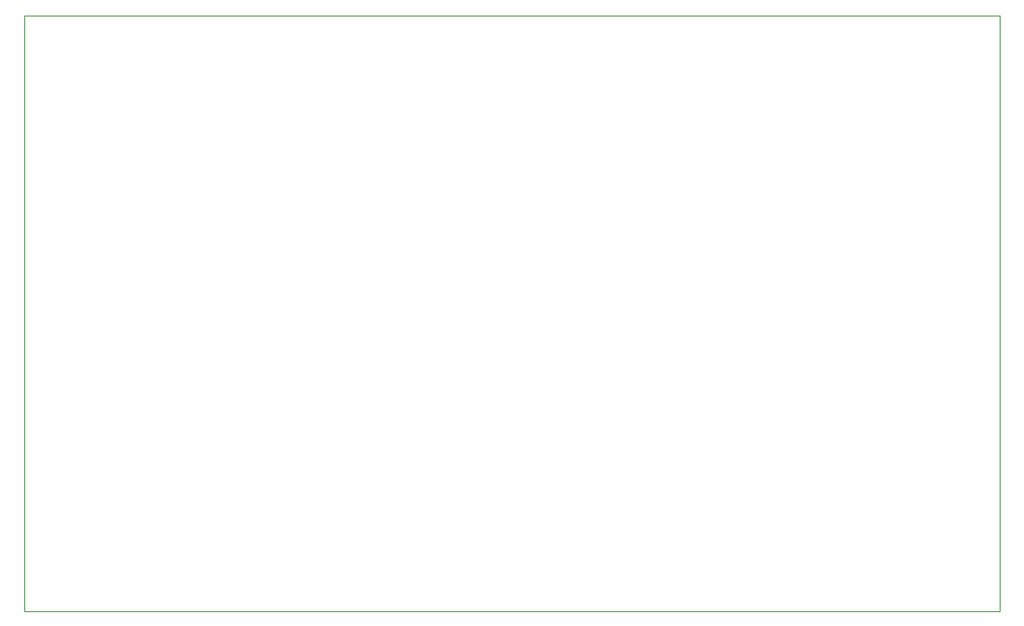
<source format=gbr>
G04 #@! TF.GenerationSoftware,KiCad,Pcbnew,(5.1.8)-1*
G04 #@! TF.CreationDate,2024-04-11T16:50:12-06:00*
G04 #@! TF.ProjectId,Simple_8088,53696d70-6c65-45f3-9830-38382e6b6963,rev?*
G04 #@! TF.SameCoordinates,Original*
G04 #@! TF.FileFunction,Profile,NP*
%FSLAX46Y46*%
G04 Gerber Fmt 4.6, Leading zero omitted, Abs format (unit mm)*
G04 Created by KiCad (PCBNEW (5.1.8)-1) date 2024-04-11 16:50:12*
%MOMM*%
%LPD*%
G01*
G04 APERTURE LIST*
G04 #@! TA.AperFunction,Profile*
%ADD10C,0.050000*%
G04 #@! TD*
G04 APERTURE END LIST*
D10*
X102997000Y-140843000D02*
X102997000Y-82677000D01*
X190500000Y-140843000D02*
X102997000Y-140843000D01*
X190500000Y-82677000D02*
X102997000Y-82677000D01*
X198120000Y-82677000D02*
X190500000Y-82677000D01*
X198120000Y-140843000D02*
X198120000Y-82677000D01*
X198120000Y-140843000D02*
X190500000Y-140843000D01*
M02*

</source>
